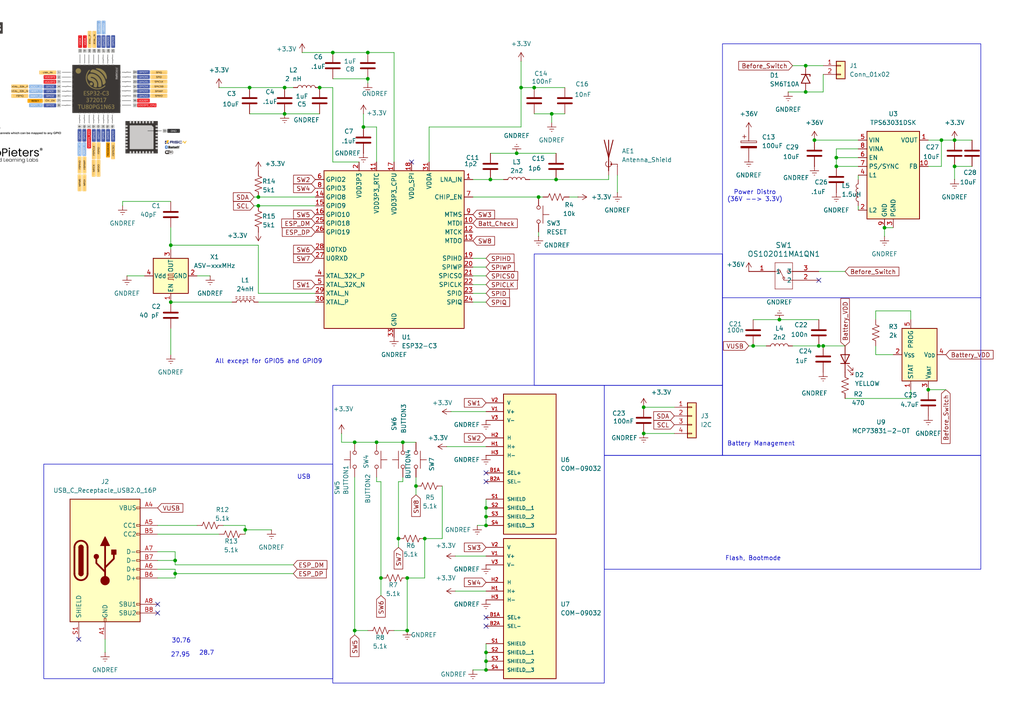
<source format=kicad_sch>
(kicad_sch (version 20250114) (generator "eeschema") (generator_version "9.0")
  (paper "A4")
  (rectangle (start 154.94 73.66) (end 209.55 111.76))
  (rectangle (start 209.55 12.7) (end 284.48 86.36))
  (rectangle (start 96.52 111.76) (end 175.26 198.12))
  (rectangle (start 175.26 132.08) (end 284.48 165.1))
  (rectangle (start 175.26 111.76) (end 209.55 132.08))
  (rectangle (start 209.55 86.36) (end 284.48 132.08))
  (rectangle (start 12.7 134.62) (end 96.52 196.85))
  (text "28.7" (at 59.944 189.484 0) (effects (font (size 1.27 1.27))))
  (text "Battery Management" (at 220.726 128.778 0) (effects (font (size 1.27 1.27))))
  (text "Power Distro\n(36V --> 3.3V)" (at 218.948 56.896 0) (effects (font (size 1.27 1.27))))
  (text "Flash, Bootmode\n" (at 218.44 162.052 0) (effects (font (size 1.27 1.27))))
  (text "27.95" (at 52.324 189.992 0) (effects (font (size 1.27 1.27))))
  (text "All except for GPIO5 and GPIO9\n" (at 77.978 104.902 0) (effects (font (size 1.27 1.27))))
  (text "USB" (at 88.138 138.43 0) (effects (font (size 1.27 1.27))))
  (text "30.76" (at 52.578 185.928 0) (effects (font (size 1.27 1.27))))
  (junction (at 115.57 156.21))
  (junction (at 82.55 25.4))
  (junction (at 242.57 45.72))
  (junction (at 276.86 40.64))
  (junction (at 154.94 25.4))
  (junction (at 105.41 36.83))
  (junction (at 74.93 59.69))
  (junction (at 82.55 33.02))
  (junction (at 233.68 19.05))
  (junction (at 140.97 191.77))
  (junction (at 49.53 71.12))
  (junction (at 71.12 153.67))
  (junction (at 92.71 25.4))
  (junction (at 102.87 128.27))
  (junction (at 186.69 125.73))
  (junction (at 186.69 118.11))
  (junction (at 140.97 152.4))
  (junction (at 102.87 182.88))
  (junction (at 123.19 156.21))
  (junction (at 140.97 149.86))
  (junction (at 140.97 147.32))
  (junction (at 276.86 48.26))
  (junction (at 151.13 25.4))
  (junction (at 110.49 167.64))
  (junction (at 242.57 48.26))
  (junction (at 109.22 128.27))
  (junction (at 116.84 128.27))
  (junction (at 226.06 92.71))
  (junction (at 256.54 66.04))
  (junction (at 156.21 57.15))
  (junction (at 72.39 25.4))
  (junction (at 273.05 40.64))
  (junction (at 237.49 100.33))
  (junction (at 233.68 26.67))
  (junction (at 118.11 182.88))
  (junction (at 118.11 167.64))
  (junction (at 120.65 140.97))
  (junction (at 74.93 57.15))
  (junction (at 236.22 40.64))
  (junction (at 269.24 113.03))
  (junction (at 50.8 162.56))
  (junction (at 238.76 100.33))
  (junction (at 140.97 189.23))
  (junction (at 96.52 15.24))
  (junction (at 161.29 52.07))
  (junction (at 160.02 33.02))
  (junction (at 106.68 22.86))
  (junction (at 49.53 87.63))
  (junction (at 142.24 52.07))
  (junction (at 149.86 44.45))
  (junction (at 140.97 194.31))
  (junction (at 218.44 100.33))
  (junction (at 106.68 15.24))
  (junction (at 50.8 166.37))
  (no_connect (at 237.49 81.28))
  (no_connect (at 140.97 181.61))
  (no_connect (at 140.97 179.07))
  (no_connect (at 22.86 185.42))
  (no_connect (at 45.72 177.8))
  (no_connect (at 119.38 46.99))
  (no_connect (at 140.97 137.16))
  (no_connect (at 45.72 175.26))
  (no_connect (at 140.97 139.7))
  (wire (pts (xy 124.46 36.83) (xy 124.46 46.99)))
  (wire (pts (xy 128.27 140.97) (xy 128.27 156.21)))
  (wire (pts (xy 233.68 26.67) (xy 238.76 26.67)))
  (wire (pts (xy 276.86 40.64) (xy 281.94 40.64)))
  (wire (pts (xy 50.8 165.1) (xy 45.72 165.1)))
  (wire (pts (xy 153.67 52.07) (xy 161.29 52.07)))
  (wire (pts (xy 109.22 138.43) (xy 109.22 139.7)))
  (wire (pts (xy 264.16 92.71) (xy 264.16 90.17)))
  (wire (pts (xy 82.55 33.02) (xy 92.71 33.02)))
  (wire (pts (xy 218.44 92.71) (xy 226.06 92.71)))
  (wire (pts (xy 73.66 57.15) (xy 74.93 57.15)))
  (wire (pts (xy 106.68 22.86) (xy 106.68 24.13)))
  (wire (pts (xy 105.41 36.83) (xy 109.22 36.83)))
  (wire (pts (xy 71.12 153.67) (xy 71.12 152.4)))
  (wire (pts (xy 238.76 100.33) (xy 245.11 100.33)))
  (wire (pts (xy 233.68 19.05) (xy 238.76 19.05)))
  (wire (pts (xy 74.93 59.69) (xy 91.44 59.69)))
  (wire (pts (xy 149.86 44.45) (xy 161.29 44.45)))
  (wire (pts (xy 248.92 59.69) (xy 248.92 60.96)))
  (wire (pts (xy 49.53 66.04) (xy 49.53 71.12)))
  (wire (pts (xy 124.46 36.83) (xy 151.13 36.83)))
  (wire (pts (xy 114.3 46.99) (xy 114.3 15.24)))
  (wire (pts (xy 118.11 167.64) (xy 118.11 182.88)))
  (wire (pts (xy 96.52 25.4) (xy 96.52 46.99)))
  (wire (pts (xy 82.55 25.4) (xy 85.09 25.4)))
  (wire (pts (xy 106.68 15.24) (xy 114.3 15.24)))
  (wire (pts (xy 217.17 100.33) (xy 218.44 100.33)))
  (wire (pts (xy 273.05 40.64) (xy 269.24 40.64)))
  (wire (pts (xy 248.92 43.18) (xy 242.57 43.18)))
  (wire (pts (xy 256.54 66.04) (xy 259.08 66.04)))
  (wire (pts (xy 50.8 166.37) (xy 85.09 166.37)))
  (wire (pts (xy 96.52 15.24) (xy 106.68 15.24)))
  (wire (pts (xy 226.06 92.71) (xy 237.49 92.71)))
  (wire (pts (xy 179.07 55.88) (xy 179.07 50.8)))
  (wire (pts (xy 140.97 149.86) (xy 140.97 152.4)))
  (wire (pts (xy 137.16 80.01) (xy 140.97 80.01)))
  (wire (pts (xy 49.53 87.63) (xy 67.31 87.63)))
  (wire (pts (xy 132.08 171.45) (xy 140.97 171.45)))
  (wire (pts (xy 229.87 100.33) (xy 237.49 100.33)))
  (wire (pts (xy 50.8 166.37) (xy 50.8 167.64)))
  (wire (pts (xy 129.54 129.54) (xy 140.97 129.54)))
  (wire (pts (xy 116.84 139.7) (xy 115.57 139.7)))
  (wire (pts (xy 110.49 139.7) (xy 110.49 167.64)))
  (wire (pts (xy 99.06 128.27) (xy 102.87 128.27)))
  (wire (pts (xy 264.16 115.57) (xy 245.11 115.57)))
  (wire (pts (xy 137.16 57.15) (xy 156.21 57.15)))
  (wire (pts (xy 50.8 162.56) (xy 45.72 162.56)))
  (wire (pts (xy 137.16 87.63) (xy 140.97 87.63)))
  (wire (pts (xy 142.24 44.45) (xy 149.86 44.45)))
  (wire (pts (xy 186.69 125.73) (xy 195.58 125.73)))
  (wire (pts (xy 151.13 17.78) (xy 151.13 25.4)))
  (wire (pts (xy 50.8 167.64) (xy 45.72 167.64)))
  (wire (pts (xy 50.8 163.83) (xy 50.8 162.56)))
  (wire (pts (xy 274.32 113.03) (xy 269.24 113.03)))
  (wire (pts (xy 74.93 85.09) (xy 74.93 71.12)))
  (wire (pts (xy 269.24 48.26) (xy 273.05 48.26)))
  (wire (pts (xy 74.93 57.15) (xy 91.44 57.15)))
  (wire (pts (xy 102.87 184.15) (xy 102.87 182.88)))
  (wire (pts (xy 238.76 100.33) (xy 237.49 100.33)))
  (wire (pts (xy 74.93 71.12) (xy 49.53 71.12)))
  (wire (pts (xy 228.6 26.67) (xy 233.68 26.67)))
  (wire (pts (xy 264.16 113.03) (xy 264.16 115.57)))
  (wire (pts (xy 71.12 153.67) (xy 78.74 153.67)))
  (wire (pts (xy 156.21 57.15) (xy 157.48 57.15)))
  (wire (pts (xy 116.84 138.43) (xy 116.84 139.7)))
  (wire (pts (xy 236.22 40.64) (xy 248.92 40.64)))
  (wire (pts (xy 102.87 128.27) (xy 109.22 128.27)))
  (wire (pts (xy 161.29 52.07) (xy 176.53 52.07)))
  (wire (pts (xy 137.16 85.09) (xy 140.97 85.09)))
  (wire (pts (xy 96.52 22.86) (xy 106.68 22.86)))
  (wire (pts (xy 102.87 182.88) (xy 102.87 138.43)))
  (wire (pts (xy 276.86 48.26) (xy 276.86 52.07)))
  (wire (pts (xy 254 90.17) (xy 254 92.71)))
  (wire (pts (xy 256.54 66.04) (xy 256.54 68.58)))
  (wire (pts (xy 132.08 161.29) (xy 140.97 161.29)))
  (wire (pts (xy 167.64 57.15) (xy 165.1 57.15)))
  (wire (pts (xy 123.19 156.21) (xy 123.19 167.64)))
  (wire (pts (xy 245.11 78.74) (xy 237.49 78.74)))
  (wire (pts (xy 49.53 58.42) (xy 35.56 58.42)))
  (wire (pts (xy 118.11 182.88) (xy 114.3 182.88)))
  (wire (pts (xy 120.65 138.43) (xy 120.65 140.97)))
  (wire (pts (xy 115.57 139.7) (xy 115.57 156.21)))
  (wire (pts (xy 72.39 33.02) (xy 82.55 33.02)))
  (wire (pts (xy 137.16 82.55) (xy 140.97 82.55)))
  (wire (pts (xy 242.57 43.18) (xy 242.57 45.72)))
  (wire (pts (xy 116.84 128.27) (xy 120.65 128.27)))
  (wire (pts (xy 140.97 147.32) (xy 140.97 149.86)))
  (wire (pts (xy 92.71 25.4) (xy 96.52 25.4)))
  (wire (pts (xy 140.97 191.77) (xy 140.97 194.31)))
  (wire (pts (xy 142.24 52.07) (xy 146.05 52.07)))
  (wire (pts (xy 140.97 186.69) (xy 140.97 189.23)))
  (wire (pts (xy 248.92 52.07) (xy 248.92 50.8)))
  (wire (pts (xy 140.97 144.78) (xy 140.97 147.32)))
  (wire (pts (xy 259.08 102.87) (xy 254 102.87)))
  (wire (pts (xy 140.97 189.23) (xy 140.97 191.77)))
  (wire (pts (xy 115.57 156.21) (xy 115.57 158.75)))
  (wire (pts (xy 242.57 45.72) (xy 248.92 45.72)))
  (wire (pts (xy 137.16 74.93) (xy 140.97 74.93)))
  (wire (pts (xy 238.76 26.67) (xy 238.76 21.59)))
  (wire (pts (xy 176.53 52.07) (xy 176.53 50.8)))
  (wire (pts (xy 218.44 100.33) (xy 222.25 100.33)))
  (wire (pts (xy 248.92 48.26) (xy 242.57 48.26)))
  (wire (pts (xy 151.13 25.4) (xy 151.13 36.83)))
  (wire (pts (xy 49.53 71.12) (xy 49.53 72.39)))
  (wire (pts (xy 109.22 139.7) (xy 110.49 139.7)))
  (wire (pts (xy 273.05 48.26) (xy 273.05 40.64)))
  (wire (pts (xy 254 90.17) (xy 264.16 90.17)))
  (wire (pts (xy 186.69 118.11) (xy 195.58 118.11)))
  (wire (pts (xy 50.8 163.83) (xy 85.09 163.83)))
  (wire (pts (xy 35.56 58.42) (xy 35.56 59.69)))
  (wire (pts (xy 154.94 33.02) (xy 160.02 33.02)))
  (wire (pts (xy 151.13 25.4) (xy 154.94 25.4)))
  (wire (pts (xy 74.93 87.63) (xy 91.44 87.63)))
  (wire (pts (xy 123.19 167.64) (xy 118.11 167.64)))
  (wire (pts (xy 156.21 68.58) (xy 156.21 67.31)))
  (wire (pts (xy 96.52 46.99) (xy 104.14 46.99)))
  (wire (pts (xy 99.06 125.73) (xy 99.06 128.27)))
  (wire (pts (xy 160.02 33.02) (xy 163.83 33.02)))
  (wire (pts (xy 49.53 102.87) (xy 49.53 95.25)))
  (wire (pts (xy 30.48 189.23) (xy 30.48 185.42)))
  (wire (pts (xy 36.83 80.01) (xy 41.91 80.01)))
  (wire (pts (xy 87.63 15.24) (xy 96.52 15.24)))
  (wire (pts (xy 154.94 25.4) (xy 163.83 25.4)))
  (wire (pts (xy 137.16 194.31) (xy 140.97 194.31)))
  (wire (pts (xy 138.43 152.4) (xy 140.97 152.4)))
  (wire (pts (xy 50.8 160.02) (xy 50.8 162.56)))
  (wire (pts (xy 254 102.87) (xy 254 100.33)))
  (wire (pts (xy 50.8 160.02) (xy 45.72 160.02)))
  (wire (pts (xy 242.57 48.26) (xy 242.57 45.72)))
  (wire (pts (xy 229.87 19.05) (xy 233.68 19.05)))
  (wire (pts (xy 63.5 25.4) (xy 72.39 25.4)))
  (wire (pts (xy 109.22 46.99) (xy 109.22 36.83)))
  (wire (pts (xy 109.22 128.27) (xy 116.84 128.27)))
  (wire (pts (xy 137.16 52.07) (xy 142.24 52.07)))
  (wire (pts (xy 276.86 48.26) (xy 281.94 48.26)))
  (wire (pts (xy 73.66 59.69) (xy 74.93 59.69)))
  (wire (pts (xy 50.8 165.1) (xy 50.8 166.37)))
  (wire (pts (xy 120.65 140.97) (xy 120.65 143.51)))
  (wire (pts (xy 63.5 154.94) (xy 45.72 154.94)))
  (wire (pts (xy 137.16 77.47) (xy 140.97 77.47)))
  (wire (pts (xy 130.81 119.38) (xy 140.97 119.38)))
  (wire (pts (xy 71.12 152.4) (xy 64.77 152.4)))
  (wire (pts (xy 60.96 80.01) (xy 57.15 80.01)))
  (wire (pts (xy 72.39 25.4) (xy 82.55 25.4)))
  (wire (pts (xy 57.15 152.4) (xy 45.72 152.4)))
  (wire (pts (xy 110.49 167.64) (xy 110.49 172.72)))
  (wire (pts (xy 106.68 182.88) (xy 102.87 182.88)))
  (wire (pts (xy 71.12 154.94) (xy 71.12 153.67)))
  (wire (pts (xy 128.27 156.21) (xy 123.19 156.21)))
  (wire (pts (xy 105.41 33.02) (xy 105.41 36.83)))
  (wire (pts (xy 160.02 33.02) (xy 160.02 35.56)))
  (wire (pts (xy 91.44 85.09) (xy 74.93 85.09)))
  (wire (pts (xy 273.05 40.64) (xy 276.86 40.64)))
  (image (at 19.05 30.48))
  (global_label "Before_Switch" (shape input) (at 229.87 19.05 180) (property "Intersheetrefs" "${INTERSHEET_REFS}" (effects (hide yes))))
  (global_label "SPID" (shape input) (at 140.97 85.09 0) (property "Intersheetrefs" "${INTERSHEET_REFS}" (effects (hide yes))))
  (global_label "SPIHD" (shape input) (at 140.97 74.93 0) (property "Intersheetrefs" "${INTERSHEET_REFS}" (effects (hide yes))))
  (global_label "VUSB" (shape input) (at 45.72 147.32 0) (property "Intersheetrefs" "${INTERSHEET_REFS}" (effects (hide yes))))
  (global_label "SW5" (shape input) (at 102.87 184.15 270) (property "Intersheetrefs" "${INTERSHEET_REFS}" (effects (hide yes))))
  (global_label "Batt_Check" (shape input) (at 137.16 64.77 0) (property "Intersheetrefs" "${INTERSHEET_REFS}" (effects (hide yes))))
  (global_label "SPIQ" (shape input) (at 140.97 87.63 0) (property "Intersheetrefs" "${INTERSHEET_REFS}" (effects (hide yes))))
  (global_label "SW7" (shape input) (at 115.57 158.75 270) (property "Intersheetrefs" "${INTERSHEET_REFS}" (effects (hide yes))))
  (global_label "SW6" (shape input) (at 91.44 72.39 180) (property "Intersheetrefs" "${INTERSHEET_REFS}" (effects (hide yes))))
  (global_label "Before_Switch" (shape input) (at 245.11 78.74 0) (property "Intersheetrefs" "${INTERSHEET_REFS}" (effects (hide yes))))
  (global_label "ESP_DP" (shape input) (at 85.09 166.37 0) (property "Intersheetrefs" "${INTERSHEET_REFS}" (effects (hide yes))))
  (global_label "SPICLK" (shape input) (at 140.97 82.55 0) (property "Intersheetrefs" "${INTERSHEET_REFS}" (effects (hide yes))))
  (global_label "SCL" (shape input) (at 195.58 123.19 180) (property "Intersheetrefs" "${INTERSHEET_REFS}" (effects (hide yes))))
  (global_label "SW4" (shape input) (at 140.97 168.91 180) (property "Intersheetrefs" "${INTERSHEET_REFS}" (effects (hide yes))))
  (global_label "SW3" (shape input) (at 137.16 62.23 0) (property "Intersheetrefs" "${INTERSHEET_REFS}" (effects (hide yes))))
  (global_label "VUSB" (shape input) (at 217.17 100.33 180) (property "Intersheetrefs" "${INTERSHEET_REFS}" (effects (hide yes))))
  (global_label "SW4" (shape input) (at 91.44 54.61 180) (property "Intersheetrefs" "${INTERSHEET_REFS}" (effects (hide yes))))
  (global_label "SW1" (shape input) (at 91.44 82.55 180) (property "Intersheetrefs" "${INTERSHEET_REFS}" (effects (hide yes))))
  (global_label "SW1" (shape input) (at 140.97 116.84 180) (property "Intersheetrefs" "${INTERSHEET_REFS}" (effects (hide yes))))
  (global_label "SPIWP" (shape input) (at 140.97 77.47 0) (property "Intersheetrefs" "${INTERSHEET_REFS}" (effects (hide yes))))
  (global_label "SCL" (shape input) (at 73.66 59.69 180) (property "Intersheetrefs" "${INTERSHEET_REFS}" (effects (hide yes))))
  (global_label "SW7" (shape input) (at 91.44 74.93 180) (property "Intersheetrefs" "${INTERSHEET_REFS}" (effects (hide yes))))
  (global_label "ESP_DM" (shape input) (at 85.09 163.83 0) (property "Intersheetrefs" "${INTERSHEET_REFS}" (effects (hide yes))))
  (global_label "SW8" (shape input) (at 137.16 69.85 0) (property "Intersheetrefs" "${INTERSHEET_REFS}" (effects (hide yes))))
  (global_label "SDA" (shape input) (at 195.58 120.65 180) (property "Intersheetrefs" "${INTERSHEET_REFS}" (effects (hide yes))))
  (global_label "Battery_VDD" (shape input) (at 274.32 102.87 0) (property "Intersheetrefs" "${INTERSHEET_REFS}" (effects (hide yes))))
  (global_label "SPICS0" (shape input) (at 140.97 80.01 0) (property "Intersheetrefs" "${INTERSHEET_REFS}" (effects (hide yes))))
  (global_label "SW6" (shape input) (at 110.49 172.72 270) (property "Intersheetrefs" "${INTERSHEET_REFS}" (effects (hide yes))))
  (global_label "Battery_VDD" (shape input) (at 245.11 100.33 90) (property "Intersheetrefs" "${INTERSHEET_REFS}" (effects (hide yes))))
  (global_label "SW2" (shape input) (at 91.44 52.07 180) (property "Intersheetrefs" "${INTERSHEET_REFS}" (effects (hide yes))))
  (global_label "ESP_DM" (shape input) (at 91.44 64.77 180) (property "Intersheetrefs" "${INTERSHEET_REFS}" (effects (hide yes))))
  (global_label "SW8" (shape input) (at 120.65 143.51 270) (property "Intersheetrefs" "${INTERSHEET_REFS}" (effects (hide yes))))
  (global_label "Before_Switch" (shape input) (at 274.32 113.03 270) (property "Intersheetrefs" "${INTERSHEET_REFS}" (effects (hide yes))))
  (global_label "SW3" (shape input) (at 140.97 158.75 180) (property "Intersheetrefs" "${INTERSHEET_REFS}" (effects (hide yes))))
  (global_label "SW5" (shape input) (at 91.44 62.23 180) (property "Intersheetrefs" "${INTERSHEET_REFS}" (effects (hide yes))))
  (global_label "SDA" (shape input) (at 73.66 57.15 180) (property "Intersheetrefs" "${INTERSHEET_REFS}" (effects (hide yes))))
  (global_label "ESP_DP" (shape input) (at 91.44 67.31 180) (property "Intersheetrefs" "${INTERSHEET_REFS}" (effects (hide yes))))
  (global_label "SW2" (shape input) (at 140.97 127 180) (property "Intersheetrefs" "${INTERSHEET_REFS}" (effects (hide yes))))
  (symbol (lib_id "power:GNDREF") (at 140.97 121.92 0) (unit 1)
    (property "Reference" "#PWR042" (effects (hide yes)))
    (property "Value" "GNDREF" (at 135.382 123.19 0))
    (property "Description" "Power symbol creates a global label with name \"GNDREF\" , reference supply ground" (effects (hide yes)))
  )
  (symbol (lib_id "power:+3.3V") (at 105.41 33.02 0) (unit 1)
    (property "Reference" "#PWR08" (effects (hide yes)))
    (property "Value" "+3.3V" (at 109.22 32.766 0))
    (property "Description" "Power symbol creates a global label with name \"+3.3V\"" (effects (hide yes)))
  )
  (symbol (lib_id "Device:R_US") (at 254 96.52 180) (unit 1)
    (property "Reference" "R3" (at 259.08 94.742 0))
    (property "Value" "2k" (at 259.08 97.282 0))
    (property "Footprint" "Resistor_SMD:R_0402_1005Metric_Pad0.72x0.64mm_HandSolder" (effects (hide yes)))
    (property "Description" "Resistor, US symbol" (effects (hide yes)))
  )
  (symbol (lib_id "power:GNDREF") (at 236.22 48.26 0) (unit 1)
    (property "Reference" "#PWR030" (effects (hide yes)))
    (property "Value" "GNDREF" (at 230.886 51.562 0))
    (property "Description" "Power symbol creates a global label with name \"GNDREF\" , reference supply ground" (effects (hide yes)))
  )
  (symbol (lib_id "power:+3.3V") (at 186.69 118.11 0) (unit 1)
    (property "Reference" "#PWR045" (effects (hide yes)))
    (property "Value" "+3.3V" (at 191.77 113.792 0))
    (property "Description" "Power symbol creates a global label with name \"+3.3V\"" (effects (hide yes)))
  )
  (symbol (lib_id "power:+3.3V") (at 276.86 40.64 0) (unit 1)
    (property "Reference" "#PWR028" (effects (hide yes)))
    (property "Value" "+3.3V" (at 276.86 35.56 0))
    (property "Description" "Power symbol creates a global label with name \"+3.3V\"" (effects (hide yes)))
  )
  (symbol (lib_id "power:GNDREF") (at 36.83 80.01 0) (unit 1)
    (property "Reference" "#PWR02" (effects (hide yes)))
    (property "Value" "GNDREF" (at 36.83 85.09 0))
    (property "Description" "Power symbol creates a global label with name \"GNDREF\" , reference supply ground" (effects (hide yes)))
  )
  (symbol (lib_id "power:GNDREF") (at 226.06 92.71 180) (unit 1)
    (property "Reference" "#PWR022" (effects (hide yes)))
    (property "Value" "GNDREF" (at 226.06 87.63 0))
    (property "Description" "Power symbol creates a global label with name \"GNDREF\" , reference supply ground" (effects (hide yes)))
  )
  (symbol (lib_id "Device:C") (at 242.57 52.07 0) (unit 1)
    (property "Reference" "C26" (at 236.22 52.832 0) (effects (justify left)))
    (property "Value" ".1uF" (at 235.204 55.626 0) (effects (justify left)))
    (property "Footprint" "Capacitor_SMD:C_0402_1005Metric_Pad0.74x0.62mm_HandSolder" (effects (hide yes)))
    (property "Description" "Unpolarized capacitor" (effects (hide yes)))
  )
  (symbol (lib_id "Device:C") (at 281.94 44.45 0) (unit 1)
    (property "Reference" "C28" (at 279.4 50.038 0) (effects (justify left)))
    (property "Value" "10uF" (at 278.384 52.832 0) (effects (justify left)))
    (property "Footprint" "Capacitor_SMD:C_0603_1608Metric_Pad1.08x0.95mm_HandSolder" (effects (hide yes)))
    (property "Description" "Unpolarized capacitor" (effects (hide yes)))
  )
  (symbol (lib_id "power:+36V") (at 217.17 78.74 0) (unit 1)
    (property "Reference" "#PWR025" (effects (hide yes)))
    (property "Value" "+36V" (at 213.36 76.708 0))
    (property "Description" "Power symbol creates a global label with name \"+36V\"" (effects (hide yes)))
  )
  (symbol (lib_id "power:+3.3V") (at 63.5 25.4 0) (unit 1)
    (property "Reference" "#PWR05" (effects (hide yes)))
    (property "Value" "+3.3V" (at 63.5 20.32 0))
    (property "Description" "Power symbol creates a global label with name \"+3.3V\"" (effects (hide yes)))
  )
  (symbol (lib_id "Switch:SW_Push") (at 116.84 133.35 90) (unit 1)
    (property "Reference" "SW6" (at 114.3 124.968 0) (effects (justify left)))
    (property "Value" "BUTTON3" (at 117.094 125.73 0) (effects (justify left)))
    (property "Footprint" "Button_Switch_THT:SW_PUSH_6mm_H4.3mm" (effects (hide yes)))
    (property "Description" "Push button switch, generic, two pins" (effects (hide yes)))
  )
  (symbol (lib_id "power:GNDREF") (at 118.11 182.88 0) (unit 1)
    (property "Reference" "#PWR053" (effects (hide yes)))
    (property "Value" "GNDREF" (at 122.936 184.15 0))
    (property "Description" "Power symbol creates a global label with name \"GNDREF\" , reference supply ground" (effects (hide yes)))
  )
  (symbol (lib_id "power:+3.3V") (at 129.54 129.54 90) (unit 1)
    (property "Reference" "#PWR054" (effects (hide yes)))
    (property "Value" "+3.3V" (at 127 127 90))
    (property "Description" "Power symbol creates a global label with name \"+3.3V\"" (effects (hide yes)))
  )
  (symbol (lib_id "Device:L_Ferrite") (at 71.12 87.63 90) (unit 1)
    (property "Reference" "L1" (at 71.12 81.28 90))
    (property "Value" "24nH" (at 71.12 83.82 90))
    (property "Footprint" "Inductor_SMD:L_0603_1608Metric_Pad1.05x0.95mm_HandSolder" (effects (hide yes)))
    (property "Description" "Inductor with ferrite core" (effects (hide yes)))
  )
  (symbol (lib_id "Battery_Management:MCP73831-2-OT") (at 266.7 102.87 270) (unit 1)
    (property "Reference" "U9" (at 255.524 122.428 90))
    (property "Value" "MCP73831-2-OT" (at 255.524 124.968 90))
    (property "Footprint" "Package_TO_SOT_SMD:SOT-23-5" (effects (hide yes)))
    (property "Datasheet" "http://ww1.microchip.com/downloads/en/DeviceDoc/20001984g.pdf" (effects (hide yes)))
    (property "Description" "Single cell, Li-Ion/Li-Po charge management controller, 4.20V, Tri-State Status Output, in SOT23-5 package" (effects (hide yes)))
  )
  (symbol (lib_id "power:+3.3V") (at 74.93 67.31 180) (unit 1)
    (property "Reference" "#PWR058" (effects (hide yes)))
    (property "Value" "+3.3V" (at 68.834 68.326 0))
    (property "Description" "Power symbol creates a global label with name \"+3.3V\"" (effects (hide yes)))
  )
  (symbol (lib_id "power:GNDREF") (at 269.24 120.65 0) (unit 1)
    (property "Reference" "#PWR056" (effects (hide yes)))
    (property "Value" "GNDREF" (at 269.24 125.73 0))
    (property "Description" "Power symbol creates a global label with name \"GNDREF\" , reference supply ground" (effects (hide yes)))
  )
  (symbol (lib_id "Device:C") (at 72.39 29.21 0) (unit 1)
    (property "Reference" "C3" (at 65.786 27.178 0) (effects (justify left)))
    (property "Value" "10uF" (at 64.516 30.226 0) (effects (justify left)))
    (property "Footprint" "Capacitor_SMD:C_1206_3216Metric_Pad1.33x1.80mm_HandSolder" (effects (hide yes)))
    (property "Description" "Unpolarized capacitor" (effects (hide yes)))
  )
  (symbol (lib_id "Device:R_US") (at 114.3 167.64 90) (unit 1)
    (property "Reference" "R7" (at 114.046 169.672 90))
    (property "Value" "5.1k" (at 114.046 172.212 90))
    (property "Footprint" "Resistor_SMD:R_0402_1005Metric_Pad0.72x0.64mm_HandSolder" (effects (hide yes)))
    (property "Description" "Resistor, US symbol" (effects (hide yes)))
  )
  (symbol (lib_id "power:GNDREF") (at 137.16 194.31 0) (unit 1)
    (property "Reference" "#PWR051" (effects (hide yes)))
    (property "Value" "GNDREF" (at 131.572 195.58 0))
    (property "Description" "Power symbol creates a global label with name \"GNDREF\" , reference supply ground" (effects (hide yes)))
  )
  (symbol (lib_id "power:GNDREF") (at 160.02 35.56 0) (unit 1)
    (property "Reference" "#PWR019" (effects (hide yes)))
    (property "Value" "GNDREF" (at 160.02 40.64 0))
    (property "Description" "Power symbol creates a global label with name \"GNDREF\" , reference supply ground" (effects (hide yes)))
  )
  (symbol (lib_id "power:GNDREF") (at 149.86 44.45 180) (unit 1)
    (property "Reference" "#PWR013" (effects (hide yes)))
    (property "Value" "GNDREF" (at 149.86 39.37 0))
    (property "Description" "Power symbol creates a global label with name \"GNDREF\" , reference supply ground" (effects (hide yes)))
  )
  (symbol (lib_id "Device:C") (at 92.71 29.21 180) (unit 1)
    (property "Reference" "C5" (at 88.9 30.226 0) (effects (justify left)))
    (property "Value" "1uF" (at 89.408 27.94 0) (effects (justify left)))
    (property "Footprint" "Capacitor_SMD:C_0402_1005Metric_Pad0.74x0.62mm_HandSolder" (effects (hide yes)))
    (property "Description" "Unpolarized capacitor" (effects (hide yes)))
  )
  (symbol (lib_id "Device:C") (at 105.41 40.64 0) (unit 1)
    (property "Reference" "C7" (at 99.822 38.1 0) (effects (justify left)))
    (property "Value" ".1uF" (at 99.06 40.894 0) (effects (justify left)))
    (property "Footprint" "Capacitor_SMD:C_0402_1005Metric_Pad0.74x0.62mm_HandSolder" (effects (hide yes)))
    (property "Description" "Unpolarized capacitor" (effects (hide yes)))
  )
  (symbol (lib_id "power:+3.3V") (at 132.08 161.29 90) (unit 1)
    (property "Reference" "#PWR047" (effects (hide yes)))
    (property "Value" "+3.3V" (at 129.286 158.242 90))
    (property "Description" "Power symbol creates a global label with name \"+3.3V\"" (effects (hide yes)))
  )
  (symbol (lib_id "power:GNDREF") (at 228.6 26.67 0) (unit 1)
    (property "Reference" "#PWR021" (effects (hide yes)))
    (property "Value" "GNDREF" (at 228.6 31.75 0))
    (property "Description" "Power symbol creates a global label with name \"GNDREF\" , reference supply ground" (effects (hide yes)))
  )
  (symbol (lib_id "Device:C") (at 82.55 29.21 0) (unit 1)
    (property "Reference" "C4" (at 76.962 26.67 0) (effects (justify left)))
    (property "Value" ".1uF" (at 76.2 29.464 0) (effects (justify left)))
    (property "Footprint" "Capacitor_SMD:C_0402_1005Metric_Pad0.74x0.62mm_HandSolder" (effects (hide yes)))
    (property "Description" "Unpolarized capacitor" (effects (hide yes)))
  )
  (symbol (lib_id "power:GNDREF") (at 60.96 80.01 0) (unit 1)
    (property "Reference" "#PWR04" (effects (hide yes)))
    (property "Value" "GNDREF" (at 60.96 85.09 0))
    (property "Description" "Power symbol creates a global label with name \"GNDREF\" , reference supply ground" (effects (hide yes)))
  )
  (symbol (lib_id "Device:L") (at 226.06 100.33 90) (unit 1)
    (property "Reference" "L4" (at 226.06 95.25 90))
    (property "Value" "2n2" (at 226.06 97.79 90))
    (property "Footprint" "Inductor_SMD:L_0603_1608Metric_Pad1.05x0.95mm_HandSolder" (effects (hide yes)))
    (property "Description" "Inductor" (effects (hide yes)))
  )
  (symbol (lib_id "__TI_Motor_Drivers:OS102011MA1QN1") (at 217.17 78.74 0) (unit 1)
    (property "Reference" "SW1" (at 227.33 71.12 0) (effects (font (size 1.524 1.524))))
    (property "Value" "OS102011MA1QN1" (at 227.33 73.66 0) (effects (font (size 1.524 1.524))))
    (property "Footprint" "_ToggleSwitches:OS102011MA1QN1_CNK" (effects (hide yes)))
    (property "Datasheet" "OS102011MA1QN1" (effects (hide yes)))
  )
  (symbol (lib_id "power:+3.3V") (at 99.06 125.73 0) (unit 1)
    (property "Reference" "#PWR052" (effects (hide yes)))
    (property "Value" "+3.3V" (at 99.568 118.618 0))
    (property "Description" "Power symbol creates a global label with name \"+3.3V\"" (effects (hide yes)))
  )
  (symbol (lib_id "power:GNDREF") (at 276.86 52.07 0) (unit 1)
    (property "Reference" "#PWR027" (effects (hide yes)))
    (property "Value" "GNDREF" (at 276.86 57.15 0))
    (property "Description" "Power symbol creates a global label with name \"GNDREF\" , reference supply ground" (effects (hide yes)))
  )
  (symbol (lib_id "Diode:SM6T10A") (at 233.68 22.86 270) (unit 1)
    (property "Reference" "D1" (at 223.266 21.844 90) (effects (justify left)))
    (property "Value" "SM6T10A" (at 223.266 24.384 90) (effects (justify left)))
    (property "Footprint" "Diode_SMD:D_SMB" (effects (hide yes)))
    (property "Datasheet" "https://www.st.com/resource/en/datasheet/sm6t.pdf" (effects (hide yes)))
    (property "Description" "600W unidirectional Transil Transient Voltage Suppressor, 10Vrwm, DO-214AA" (effects (hide yes)))
  )
  (symbol (lib_id "power:GNDREF") (at 35.56 59.69 0) (unit 1)
    (property "Reference" "#PWR01" (effects (hide yes)))
    (property "Value" "GNDREF" (at 35.56 64.77 0))
    (property "Description" "Power symbol creates a global label with name \"GNDREF\" , reference supply ground" (effects (hide yes)))
  )
  (symbol (lib_id "Device:L") (at 248.92 55.88 180) (unit 1)
    (property "Reference" "L5" (at 244.094 53.848 0) (effects (justify right)))
    (property "Value" "1.5uH" (at 244.094 56.388 0) (effects (justify right)))
    (property "Footprint" "Inductor_SMD:L_Coilcraft_LPS3010" (effects (hide yes)))
    (property "Description" "Inductor" (effects (hide yes)))
  )
  (symbol (lib_id "power:+3.3V") (at 87.63 15.24 0) (unit 1)
    (property "Reference" "#PWR07" (effects (hide yes)))
    (property "Value" "+3.3V" (at 83.058 14.224 0))
    (property "Description" "Power symbol creates a global label with name \"+3.3V\"" (effects (hide yes)))
  )
  (symbol (lib_id "Device:C") (at 276.86 44.45 0) (unit 1)
    (property "Reference" "C27" (at 268.478 42.672 0) (effects (justify left)))
    (property "Value" "10uF" (at 267.716 45.466 0) (effects (justify left)))
    (property "Footprint" "Capacitor_SMD:C_0603_1608Metric_Pad1.08x0.95mm_HandSolder" (effects (hide yes)))
    (property "Description" "Unpolarized capacitor" (effects (hide yes)))
  )
  (symbol (lib_id "Device:C") (at 237.49 96.52 0) (unit 1)
    (property "Reference" "C22" (at 230.378 94.234 0) (effects (justify left)))
    (property "Value" "100n" (at 229.362 97.028 0) (effects (justify left)))
    (property "Footprint" "Capacitor_SMD:C_0402_1005Metric_Pad0.74x0.62mm_HandSolder" (effects (hide yes)))
    (property "Description" "Unpolarized capacitor" (effects (hide yes)))
  )
  (symbol (lib_id "Device:C") (at 161.29 48.26 0) (unit 1)
    (property "Reference" "C15" (at 154.178 45.974 0) (effects (justify left)))
    (property "Value" "1p6" (at 153.162 48.768 0) (effects (justify left)))
    (property "Footprint" "Capacitor_SMD:C_0402_1005Metric_Pad0.74x0.62mm_HandSolder" (effects (hide yes)))
    (property "Description" "Unpolarized capacitor" (effects (hide yes)))
  )
  (symbol (lib_id "power:+36V") (at 217.17 38.1 0) (unit 1)
    (property "Reference" "#PWR016" (effects (hide yes)))
    (property "Value" "+36V" (at 217.17 33.02 0))
    (property "Description" "Power symbol creates a global label with name \"+36V\"" (effects (hide yes)))
  )
  (symbol (lib_id "Device:R_US") (at 119.38 156.21 90) (unit 1)
    (property "Reference" "R6" (at 119.126 158.242 90))
    (property "Value" "5.1k" (at 119.126 160.782 90))
    (property "Footprint" "Resistor_SMD:R_0402_1005Metric_Pad0.72x0.64mm_HandSolder" (effects (hide yes)))
    (property "Description" "Resistor, US symbol" (effects (hide yes)))
  )
  (symbol (lib_id "Device:R_US") (at 74.93 63.5 180) (unit 1)
    (property "Reference" "R15" (at 77.978 62.738 0))
    (property "Value" "5k1" (at 77.978 65.278 0))
    (property "Footprint" "Resistor_SMD:R_0402_1005Metric_Pad0.72x0.64mm_HandSolder" (effects (hide yes)))
    (property "Description" "Resistor, US symbol" (effects (hide yes)))
  )
  (symbol (lib_id "power:GNDREF") (at 217.17 45.72 0) (unit 1)
    (property "Reference" "#PWR017" (effects (hide yes)))
    (property "Value" "GNDREF" (at 217.17 50.8 0))
    (property "Description" "Power symbol creates a global label with name \"GNDREF\" , reference supply ground" (effects (hide yes)))
  )
  (symbol (lib_id "Regulator_Switching:TPS63031DSK") (at 259.08 50.8 0) (unit 1)
    (property "Reference" "U3" (at 259.08 33.02 0))
    (property "Value" "TPS63031DSK" (at 259.08 35.56 0))
    (property "Footprint" "Package_SON:WSON-10-1EP_2.5x2.5mm_P0.5mm_EP1.2x2mm" (effects (hide yes)))
    (property "Datasheet" "http://www.ti.com/lit/ds/symlink/tps63031.pdf" (effects (hide yes)))
    (property "Description" "Buck-Boost Converter, 1.8-5.5V Input Voltage, 1A Switch Current, 3.3V Output Voltage, VSON-10 (DSK0010A)" (effects (hide yes)))
  )
  (symbol (lib_id "power:+3.3V") (at 132.08 171.45 90) (unit 1)
    (property "Reference" "#PWR048" (effects (hide yes)))
    (property "Value" "+3.3V" (at 129.286 167.64 90))
    (property "Description" "Power symbol creates a global label with name \"+3.3V\"" (effects (hide yes)))
  )
  (symbol (lib_id "power:+36V") (at 236.22 40.64 0) (unit 1)
    (property "Reference" "#PWR020" (effects (hide yes)))
    (property "Value" "+36V" (at 236.22 35.56 0))
    (property "Description" "Power symbol creates a global label with name \"+36V\"" (effects (hide yes)))
  )
  (symbol (lib_id "Connector:USB_C_Receptacle_USB2.0_16P") (at 30.48 162.56 0) (unit 1)
    (property "Reference" "J2" (at 30.48 139.7 0))
    (property "Value" "USB_C_Receptacle_USB2.0_16P" (at 30.48 142.24 0))
    (property "Footprint" "Connector_USB:USB_C_Receptacle_GCT_USB4085" (effects (hide yes)))
    (property "Datasheet" "https://www.usb.org/sites/default/files/documents/usb_type-c.zip" (effects (hide yes)))
    (property "Description" "USB 2.0-only 16P Type-C Receptacle connector" (effects (hide yes)))
  )
  (symbol (lib_id "Device:C") (at 186.69 121.92 0) (unit 1)
    (property "Reference" "C23" (at 177.546 119.888 0) (effects (justify left)))
    (property "Value" "100nF" (at 177.8 122.174 0) (effects (justify left)))
    (property "Footprint" "Capacitor_SMD:C_0402_1005Metric_Pad0.74x0.62mm_HandSolder" (effects (hide yes)))
    (property "Description" "Unpolarized capacitor" (effects (hide yes)))
  )
  (symbol (lib_id "power:GNDREF") (at 49.53 102.87 0) (unit 1)
    (property "Reference" "#PWR03" (effects (hide yes)))
    (property "Value" "GNDREF" (at 49.53 107.95 0))
    (property "Description" "Power symbol creates a global label with name \"GNDREF\" , reference supply ground" (effects (hide yes)))
  )
  (symbol (lib_id "Connector_Generic:Conn_01x04") (at 200.66 120.65 0) (unit 1)
    (property "Reference" "J3" (at 203.2 120.6499 0) (effects (justify left)))
    (property "Value" "I2C" (at 203.2 123.1899 0) (effects (justify left)))
    (property "Footprint" "Connector_PinHeader_2.54mm:PinHeader_1x04_P2.54mm_Vertical" (effects (hide yes)))
    (property "Description" "Generic connector, single row, 01x04, script generated (kicad-library-utils/schlib/autogen/connector/)" (effects (hide yes)))
  )
  (symbol (lib_id "power:GNDREF") (at 114.3 97.79 0) (unit 1)
    (property "Reference" "#PWR011" (effects (hide yes)))
    (property "Value" "GNDREF" (at 114.3 102.87 0))
    (property "Description" "Power symbol creates a global label with name \"GNDREF\" , reference supply ground" (effects (hide yes)))
  )
  (symbol (lib_id "power:GNDREF") (at 238.76 107.95 0) (unit 1)
    (property "Reference" "#PWR039" (effects (hide yes)))
    (property "Value" "GNDREF" (at 236.22 114.046 0))
    (property "Description" "Power symbol creates a global label with name \"GNDREF\" , reference supply ground" (effects (hide yes)))
  )
  (symbol (lib_id "Device:R_US") (at 124.46 140.97 90) (unit 1)
    (property "Reference" "R5" (at 124.714 144.272 90))
    (property "Value" "5.1k" (at 124.714 146.812 90))
    (property "Footprint" "Resistor_SMD:R_0402_1005Metric_Pad0.72x0.64mm_HandSolder" (effects (hide yes)))
    (property "Description" "Resistor, US symbol" (effects (hide yes)))
  )
  (symbol (lib_id "Device:C") (at 269.24 116.84 0) (unit 1)
    (property "Reference" "C25" (at 262.128 114.554 0) (effects (justify left)))
    (property "Value" "4.7uF" (at 261.112 117.348 0) (effects (justify left)))
    (property "Footprint" "Capacitor_SMD:C_0402_1005Metric_Pad0.74x0.62mm_HandSolder" (effects (hide yes)))
    (property "Description" "Unpolarized capacitor" (effects (hide yes)))
  )
  (symbol (lib_id "power:GNDREF") (at 140.97 173.99 0) (unit 1)
    (property "Reference" "#PWR050" (effects (hide yes)))
    (property "Value" "GNDREF" (at 135.382 175.26 0))
    (property "Description" "Power symbol creates a global label with name \"GNDREF\" , reference supply ground" (effects (hide yes)))
  )
  (symbol (lib_id "Device:R_US") (at 161.29 57.15 90) (unit 1)
    (property "Reference" "R4" (at 165.1 59.436 90))
    (property "Value" "10k" (at 165.1 61.976 90))
    (property "Footprint" "Resistor_SMD:R_0402_1005Metric_Pad0.72x0.64mm_HandSolder" (effects (hide yes)))
    (property "Description" "Resistor, US symbol" (effects (hide yes)))
  )
  (symbol (lib_id "Device:R_US") (at 74.93 53.34 180) (unit 1)
    (property "Reference" "R14" (at 77.978 52.578 0))
    (property "Value" "5k1" (at 77.978 55.118 0))
    (property "Footprint" "Resistor_SMD:R_0402_1005Metric_Pad0.72x0.64mm_HandSolder" (effects (hide yes)))
    (property "Description" "Resistor, US symbol" (effects (hide yes)))
  )
  (symbol (lib_id "power:GNDREF") (at 30.48 189.23 0) (unit 1)
    (property "Reference" "#PWR031" (effects (hide yes)))
    (property "Value" "GNDREF" (at 30.48 194.31 0))
    (property "Description" "Power symbol creates a global label with name \"GNDREF\" , reference supply ground" (effects (hide yes)))
  )
  (symbol (lib_id "Connector_Generic:Conn_01x02") (at 243.84 19.05 0) (unit 1)
    (property "Reference" "J1" (at 246.38 19.0499 0) (effects (justify left)))
    (property "Value" "Conn_01x02" (at 246.38 21.5899 0) (effects (justify left)))
    (property "Footprint" "Connector_PinSocket_2.54mm:PinSocket_1x02_P2.54mm_Vertical" (effects (hide yes)))
    (property "Description" "Generic connector, single row, 01x02, script generated (kicad-library-utils/schlib/autogen/connector/)" (effects (hide yes)))
  )
  (symbol (lib_id "Device:L") (at 88.9 25.4 90) (unit 1)
    (property "Reference" "L2" (at 85.09 20.32 90))
    (property "Value" "2 nH" (at 85.09 22.86 90))
    (property "Footprint" "Inductor_SMD:L_0603_1608Metric_Pad1.05x0.95mm_HandSolder" (effects (hide yes)))
    (property "Description" "Inductor" (effects (hide yes)))
  )
  (symbol (lib_id "power:+3.3V") (at 130.81 119.38 90) (unit 1)
    (property "Reference" "#PWR041" (effects (hide yes)))
    (property "Value" "+3.3V" (at 128.27 116.84 90))
    (property "Description" "Power symbol creates a global label with name \"+3.3V\"" (effects (hide yes)))
  )
  (symbol (lib_id "Device:C_Polarized") (at 217.17 41.91 0) (unit 1)
    (property "Reference" "C13" (at 220.98 39.7509 0) (effects (justify left)))
    (property "Value" "100uF" (at 220.98 42.2909 0) (effects (justify left)))
    (property "Footprint" "Capacitor_SMD:CP_Elec_4x5.4" (effects (hide yes)))
    (property "Description" "Polarized capacitor" (effects (hide yes)))
  )
  (symbol (lib_id "Device:LED") (at 245.11 104.14 90) (unit 1)
    (property "Reference" "D2" (at 247.904 108.712 90) (effects (justify right)))
    (property "Value" "YELLOW" (at 247.904 111.252 90) (effects (justify right)))
    (property "Footprint" "LED_SMD:LED_1206_3216Metric_Pad1.42x1.75mm_HandSolder" (effects (hide yes)))
    (property "Description" "Light emitting diode" (effects (hide yes)))
  )
  (symbol (lib_id "Device:Antenna_Shield") (at 176.53 45.72 0) (unit 1)
    (property "Reference" "AE1" (at 180.34 43.8149 0) (effects (justify left)))
    (property "Value" "Antenna_Shield" (at 180.34 46.3549 0) (effects (justify left)))
    (property "Footprint" "Connector_Coaxial:U.FL_Molex_MCRF_73412-0110_Vertical" (effects (hide yes)))
    (property "Description" "Antenna with extra pin for shielding" (effects (hide yes)))
  )
  (symbol (lib_id "power:+3.3V") (at 167.64 57.15 270) (unit 1)
    (property "Reference" "#PWR018" (effects (hide yes)))
    (property "Value" "+3.3V" (at 171.45 57.1499 90) (effects (justify left)))
    (property "Description" "Power symbol creates a global label with name \"+3.3V\"" (effects (hide yes)))
  )
  (symbol (lib_id "power:+3.3V") (at 151.13 17.78 0) (unit 1)
    (property "Reference" "#PWR014" (effects (hide yes)))
    (property "Value" "+3.3V" (at 151.13 12.7 0))
    (property "Description" "Power symbol creates a global label with name \"+3.3V\"" (effects (hide yes)))
  )
  (symbol (lib_id "Device:L") (at 149.86 52.07 90) (unit 1)
    (property "Reference" "L3" (at 149.86 46.99 90))
    (property "Value" "2n2" (at 149.86 49.53 90))
    (property "Footprint" "Inductor_SMD:L_0603_1608Metric_Pad1.05x0.95mm_HandSolder" (effects (hide yes)))
    (property "Description" "Inductor" (effects (hide yes)))
  )
  (symbol (lib_id "power:GNDREF") (at 140.97 163.83 0) (unit 1)
    (property "Reference" "#PWR049" (effects (hide yes)))
    (property "Value" "GNDREF" (at 135.382 165.1 0))
    (property "Description" "Power symbol creates a global label with name \"GNDREF\" , reference supply ground" (effects (hide yes)))
  )
  (symbol (lib_id "Device:C") (at 49.53 91.44 0) (unit 1)
    (property "Reference" "C2" (at 43.942 88.9 0) (effects (justify left)))
    (property "Value" "40 pF" (at 40.386 91.44 0) (effects (justify left)))
    (property "Footprint" "Capacitor_SMD:C_0402_1005Metric_Pad0.74x0.62mm_HandSolder" (effects (hide yes)))
    (property "Description" "Unpolarized capacitor" (effects (hide yes)))
  )
  (symbol (lib_id "Device:C") (at 96.52 19.05 0) (unit 1)
    (property "Reference" "C6" (at 90.932 16.51 0) (effects (justify left)))
    (property "Value" ".1uF" (at 90.17 19.304 0) (effects (justify left)))
    (property "Footprint" "Capacitor_SMD:C_0402_1005Metric_Pad0.74x0.62mm_HandSolder" (effects (hide yes)))
    (property "Description" "Unpolarized capacitor" (effects (hide yes)))
  )
  (symbol (lib_id "__TI_Motor_Drivers:COM-09032") (at 153.67 171.45 0) (unit 1)
    (property "Reference" "U7" (at 162.56 175.2599 0) (effects (justify left)))
    (property "Value" "COM-09032" (at 162.56 177.7999 0) (effects (justify left)))
    (property "Footprint" "_Ti_Motor_Drivers:XDCR_COM-09032" (effects (hide yes)))
    (property "PARTREV" "N/A" (effects (hide yes)))
    (property "STANDARD" "Manufacturer Recommendations" (effects (hide yes)))
    (property "MAXIMUM_PACKAGE_HEIGHT" "30.1mm" (effects (hide yes)))
    (property "MANUFACTURER" "SparkFun Electronics" (effects (hide yes)))
  )
  (symbol (lib_id "power:GNDREF") (at 242.57 55.88 0) (unit 1)
    (property "Reference" "#PWR029" (effects (hide yes)))
    (property "Value" "GNDREF" (at 242.57 60.96 0))
    (property "Description" "Power symbol creates a global label with name \"GNDREF\" , reference supply ground" (effects (hide yes)))
  )
  (symbol (lib_id "power:GNDREF") (at 106.68 24.13 0) (unit 1)
    (property "Reference" "#PWR010" (effects (hide yes)))
    (property "Value" "GNDREF" (at 108.712 27.178 0))
    (property "Description" "Power symbol creates a global label with name \"GNDREF\" , reference supply ground" (effects (hide yes)))
  )
  (symbol (lib_id "power:GNDREF") (at 78.74 153.67 0) (unit 1)
    (property "Reference" "#PWR032" (effects (hide yes)))
    (property "Value" "GNDREF" (at 78.74 158.75 0))
    (property "Description" "Power symbol creates a global label with name \"GNDREF\" , reference supply ground" (effects (hide yes)))
  )
  (symbol (lib_id "Device:C") (at 154.94 29.21 0) (unit 1)
    (property "Reference" "C14" (at 154.94 21.336 0) (effects (justify left)))
    (property "Value" "100nF" (at 154.178 23.622 0) (effects (justify left)))
    (property "Footprint" "Capacitor_SMD:C_0402_1005Metric_Pad0.74x0.62mm_HandSolder" (effects (hide yes)))
    (property "Description" "Unpolarized capacitor" (effects (hide yes)))
  )
  (symbol (lib_id "Switch:SW_Push") (at 120.65 133.35 270) (unit 1)
    (property "Reference" "SW7" (at 125.222 132.588 0) (effects (justify left)))
    (property "Value" "BUTTON4" (at 118.364 130.302 0) (effects (justify left)))
    (property "Footprint" "Button_Switch_THT:SW_Tactile_SPST_Angled_PTS645Vx58-2LFS" (effects (hide yes)))
    (property "Description" "Push button switch, generic, two pins" (effects (hide yes)))
  )
  (symbol (lib_id "Device:C") (at 49.53 62.23 0) (unit 1)
    (property "Reference" "C1" (at 43.942 59.69 0) (effects (justify left)))
    (property "Value" "40pF" (at 40.64 62.23 0) (effects (justify left)))
    (property "Footprint" "Capacitor_SMD:C_0402_1005Metric_Pad0.74x0.62mm_HandSolder" (effects (hide yes)))
    (property "Description" "Unpolarized capacitor" (effects (hide yes)))
  )
  (symbol (lib_id "Device:C") (at 236.22 44.45 0) (unit 1)
    (property "Reference" "C29" (at 227.838 42.672 0) (effects (justify left)))
    (property "Value" "10uF" (at 227.076 45.466 0) (effects (justify left)))
    (property "Footprint" "Capacitor_SMD:C_0603_1608Metric_Pad1.08x0.95mm_HandSolder" (effects (hide yes)))
    (property "Description" "Unpolarized capacitor" (effects (hide yes)))
  )
  (symbol (lib_id "Switch:SW_Push") (at 156.21 62.23 270) (unit 1)
    (property "Reference" "SW3" (at 158.496 64.77 90) (effects (justify left)))
    (property "Value" "RESET" (at 158.496 67.31 90) (effects (justify left)))
    (property "Footprint" "Button_Switch_THT:SW_PUSH_6mm_H4.3mm" (effects (hide yes)))
    (property "Description" "Push button switch, generic, two pins" (effects (hide yes)))
  )
  (symbol (lib_id "Switch:SW_Push") (at 102.87 133.35 90) (unit 1)
    (property "Reference" "SW5" (at 97.79 143.51 0) (effects (justify left)))
    (property "Value" "BUTTON1" (at 100.33 143.51 0) (effects (justify left)))
    (property "Footprint" "Button_Switch_THT:SW_PUSH_6mm_H4.3mm" (effects (hide yes)))
    (property "Description" "Push button switch, generic, two pins" (effects (hide yes)))
  )
  (symbol (lib_id "Oscillator:ASV-xxxMHz") (at 49.53 80.01 90) (unit 1)
    (property "Reference" "X1" (at 62.23 74.5138 90))
    (property "Value" "ASV-xxxMHz" (at 62.23 77.0538 90))
    (property "Footprint" "Oscillator:Oscillator_SMD_Abracon_ASE-4Pin_3.2x2.5mm_HandSoldering" (effects (hide yes)))
    (property "Datasheet" "http://www.abracon.com/Oscillators/ASV.pdf" (effects (hide yes)))
    (property "Description" "3.3V HCMOS SMD Crystal Clock Oscillator, Abracon" (effects (hide yes)))
  )
  (symbol (lib_id "Device:R_US") (at 245.11 111.76 180) (unit 1)
    (property "Reference" "R2" (at 248.92 114.3 0))
    (property "Value" "470" (at 248.92 116.84 0))
    (property "Footprint" "Resistor_SMD:R_0402_1005Metric_Pad0.72x0.64mm_HandSolder" (effects (hide yes)))
    (property "Description" "Resistor, US symbol" (effects (hide yes)))
  )
  (symbol (lib_id "Device:C") (at 142.24 48.26 0) (unit 1)
    (property "Reference" "C11" (at 135.128 45.72 0) (effects (justify left)))
    (property "Value" "1p2" (at 134.62 47.498 0) (effects (justify left)))
    (property "Footprint" "Capacitor_SMD:C_0402_1005Metric_Pad0.74x0.62mm_HandSolder" (effects (hide yes)))
    (property "Description" "Unpolarized capacitor" (effects (hide yes)))
  )
  (symbol (lib_id "power:GNDREF") (at 256.54 68.58 0) (unit 1)
    (property "Reference" "#PWR024" (effects (hide yes)))
    (property "Value" "GNDREF" (at 256.54 73.66 0))
    (property "Description" "Power symbol creates a global label with name \"GNDREF\" , reference supply ground" (effects (hide yes)))
  )
  (symbol (lib_id "power:GNDREF") (at 156.21 68.58 0) (unit 1)
    (property "Reference" "#PWR015" (effects (hide yes)))
    (property "Value" "GNDREF" (at 161.544 71.12 0))
    (property "Description" "Power symbol creates a global label with name \"GNDREF\" , reference supply ground" (effects (hide yes)))
  )
  (symbol (lib_id "Device:R_US") (at 110.49 182.88 90) (unit 1)
    (property "Reference" "R8" (at 110.236 184.912 90))
    (property "Value" "5.1k" (at 110.236 187.452 90))
    (property "Footprint" "Resistor_SMD:R_0402_1005Metric_Pad0.72x0.64mm_HandSolder" (effects (hide yes)))
    (property "Description" "Resistor, US symbol" (effects (hide yes)))
  )
  (symbol (lib_id "Device:C") (at 163.83 29.21 0) (unit 1)
    (property "Reference" "C16" (at 166.878 24.384 0) (effects (justify left)))
    (property "Value" "10nF" (at 166.624 27.432 0) (effects (justify left)))
    (property "Footprint" "Capacitor_SMD:C_0402_1005Metric_Pad0.74x0.62mm_HandSolder" (effects (hide yes)))
    (property "Description" "Unpolarized capacitor" (effects (hide yes)))
  )
  (symbol (lib_id "power:GNDREF") (at 138.43 152.4 0) (unit 1)
    (property "Reference" "#PWR046" (effects (hide yes)))
    (property "Value" "GNDREF" (at 132.842 153.67 0))
    (property "Description" "Power symbol creates a global label with name \"GNDREF\" , reference supply ground" (effects (hide yes)))
  )
  (symbol (lib_id "Device:C") (at 238.76 104.14 0) (unit 1)
    (property "Reference" "C24" (at 231.648 101.854 0) (effects (justify left)))
    (property "Value" "1uF" (at 230.632 104.648 0) (effects (justify left)))
    (property "Footprint" "Capacitor_SMD:C_0402_1005Metric_Pad0.74x0.62mm_HandSolder" (effects (hide yes)))
    (property "Description" "Unpolarized capacitor" (effects (hide yes)))
  )
  (symbol (lib_id "power:GNDREF") (at 82.55 33.02 0) (unit 1)
    (property "Reference" "#PWR06" (effects (hide yes)))
    (property "Value" "GNDREF" (at 88.9 34.798 0))
    (property "Description" "Power symbol creates a global label with name \"GNDREF\" , reference supply ground" (effects (hide yes)))
  )
  (symbol (lib_id "Switch:SW_Push") (at 109.22 133.35 270) (unit 1)
    (property "Reference" "SW4" (at 106.172 131.826 0) (effects (justify left)))
    (property "Value" "BUTTON2" (at 106.68 137.414 0) (effects (justify left)))
    (property "Footprint" "Button_Switch_THT:SW_Tactile_SPST_Angled_PTS645Vx58-2LFS" (effects (hide yes)))
    (property "Description" "Push button switch, generic, two pins" (effects (hide yes)))
  )
  (symbol (lib_id "Device:R_US") (at 67.31 154.94 90) (unit 1)
    (property "Reference" "R13" (at 67.056 156.972 90))
    (property "Value" "5.1k" (at 67.056 159.512 90))
    (property "Footprint" "Resistor_SMD:R_0402_1005Metric_Pad0.72x0.64mm_HandSolder" (effects (hide yes)))
    (property "Description" "Resistor, US symbol" (effects (hide yes)))
  )
  (symbol (lib_id "Device:C") (at 106.68 19.05 180) (unit 1)
    (property "Reference" "C8" (at 102.87 20.066 0) (effects (justify left)))
    (property "Value" "1uF" (at 103.378 17.78 0) (effects (justify left)))
    (property "Footprint" "Capacitor_SMD:C_0402_1005Metric_Pad0.74x0.62mm_HandSolder" (effects (hide yes)))
    (property "Description" "Unpolarized capacitor" (effects (hide yes)))
  )
  (symbol (lib_id "__TI_Motor_Drivers:COM-09032") (at 153.67 129.54 0) (unit 1)
    (property "Reference" "U6" (at 162.56 133.3499 0) (effects (justify left)))
    (property "Value" "COM-09032" (at 162.56 135.8899 0) (effects (justify left)))
    (property "Footprint" "_Ti_Motor_Drivers:XDCR_COM-09032" (effects (hide yes)))
    (property "PARTREV" "N/A" (effects (hide yes)))
    (property "STANDARD" "Manufacturer Recommendations" (effects (hide yes)))
    (property "MAXIMUM_PACKAGE_HEIGHT" "30.1mm" (effects (hide yes)))
    (property "MANUFACTURER" "SparkFun Electronics" (effects (hide yes)))
  )
  (symbol (lib_id "power:+3.3V") (at 74.93 49.53 0) (unit 1)
    (property "Reference" "#PWR057" (effects (hide yes)))
    (property "Value" "+3.3V" (at 79.756 47.498 0))
    (property "Description" "Power symbol creates a global label with name \"+3.3V\"" (effects (hide yes)))
  )
  (symbol (lib_id "power:GNDREF") (at 186.69 125.73 0) (unit 1)
    (property "Reference" "#PWR044" (effects (hide yes)))
    (property "Value" "GNDREF" (at 181.102 127 0))
    (property "Description" "Power symbol creates a global label with name \"GNDREF\" , reference supply ground" (effects (hide yes)))
  )
  (symbol (lib_id "power:GNDREF") (at 179.07 55.88 0) (unit 1)
    (property "Reference" "#PWR023" (effects (hide yes)))
    (property "Value" "GNDREF" (at 179.07 60.96 0))
    (property "Description" "Power symbol creates a global label with name \"GNDREF\" , reference supply ground" (effects (hide yes)))
  )
  (symbol (lib_id "MCU_Espressif:ESP32-C3") (at 114.3 72.39 0) (unit 1)
    (property "Reference" "U1" (at 116.4941 97.79 0) (effects (justify left)))
    (property "Value" "ESP32-C3" (at 116.4941 100.33 0) (effects (justify left)))
    (property "Footprint" "Package_DFN_QFN:QFN-32-1EP_5x5mm_P0.5mm_EP3.7x3.7mm" (effects (hide yes)))
    (property "Datasheet" "https://www.espressif.com/sites/default/files/documentation/esp32-c3_datasheet_en.pdf" (effects (hide yes)))
    (property "Description" "RF Module, ESP32 SoC, RISC-V, WiFi 802.11b/n/g, Bluetooth LE 5, QFN32" (effects (hide yes)))
  )
  (symbol (lib_id "Device:R_US") (at 60.96 152.4 90) (unit 1)
    (property "Reference" "R12" (at 64.516 147.828 90))
    (property "Value" "5.1k" (at 64.516 150.368 90))
    (property "Footprint" "Resistor_SMD:R_0402_1005Metric_Pad0.72x0.64mm_HandSolder" (effects (hide yes)))
    (property "Description" "Resistor, US symbol" (effects (hide yes)))
  )
  (symbol (lib_id "power:GNDREF") (at 105.41 44.45 0) (unit 1)
    (property "Reference" "#PWR09" (effects (hide yes)))
    (property "Value" "GNDREF" (at 100.838 44.45 0))
    (property "Description" "Power symbol creates a global label with name \"GNDREF\" , reference supply ground" (effects (hide yes)))
  )
  (symbol (lib_id "Device:C") (at 218.44 96.52 0) (unit 1)
    (property "Reference" "C21" (at 211.328 93.98 0) (effects (justify left)))
    (property "Value" "100n" (at 210.82 95.758 0) (effects (justify left)))
    (property "Footprint" "Capacitor_SMD:C_0402_1005Metric_Pad0.74x0.62mm_HandSolder" (effects (hide yes)))
    (property "Description" "Unpolarized capacitor" (effects (hide yes)))
  )
  (symbol (lib_id "power:GNDREF") (at 140.97 132.08 0) (unit 1)
    (property "Reference" "#PWR043" (effects (hide yes)))
    (property "Value" "GNDREF" (at 135.382 133.35 0))
    (property "Description" "Power symbol creates a global label with name \"GNDREF\" , reference supply ground" (effects (hide yes)))
  )
)
</source>
